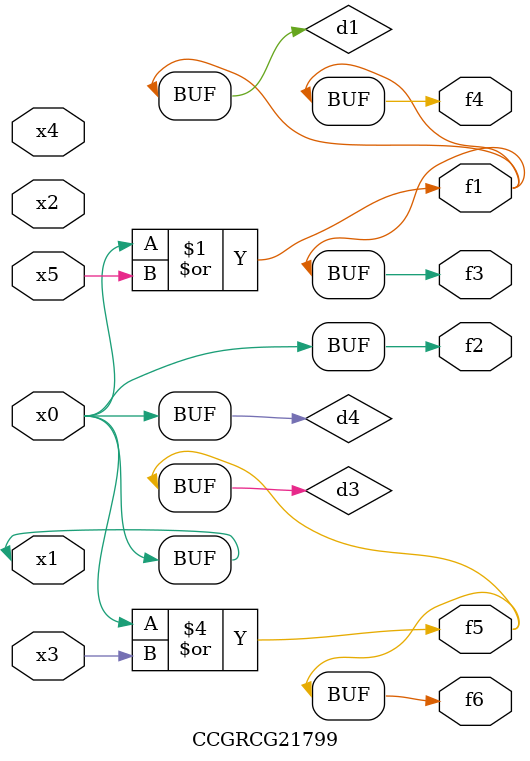
<source format=v>
module CCGRCG21799(
	input x0, x1, x2, x3, x4, x5,
	output f1, f2, f3, f4, f5, f6
);

	wire d1, d2, d3, d4;

	or (d1, x0, x5);
	xnor (d2, x1, x4);
	or (d3, x0, x3);
	buf (d4, x0, x1);
	assign f1 = d1;
	assign f2 = d4;
	assign f3 = d1;
	assign f4 = d1;
	assign f5 = d3;
	assign f6 = d3;
endmodule

</source>
